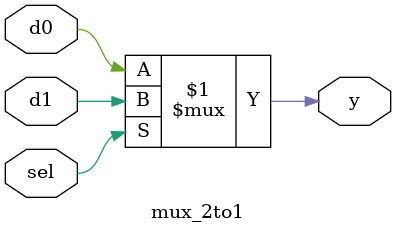
<source format=v>
module mux_2to1(
  input d0,
  input d1,
  input sel,
  output y
);
  assign y=sel?d1:d0;
endmodule
  

</source>
